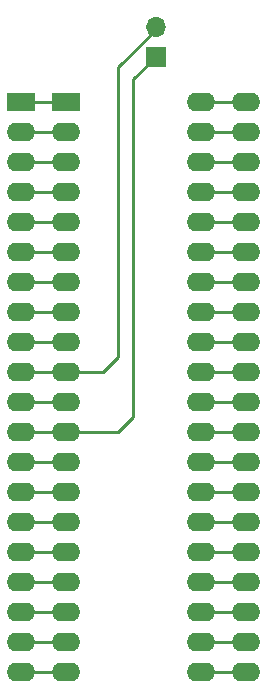
<source format=gbl>
G04 #@! TF.GenerationSoftware,KiCad,Pcbnew,(5.1.9)-1*
G04 #@! TF.CreationDate,2022-09-29T02:40:57-04:00*
G04 #@! TF.ProjectId,Cocoloca-samtap,436f636f-6c6f-4636-912d-73616d746170,rev?*
G04 #@! TF.SameCoordinates,Original*
G04 #@! TF.FileFunction,Copper,L2,Bot*
G04 #@! TF.FilePolarity,Positive*
%FSLAX46Y46*%
G04 Gerber Fmt 4.6, Leading zero omitted, Abs format (unit mm)*
G04 Created by KiCad (PCBNEW (5.1.9)-1) date 2022-09-29 02:40:57*
%MOMM*%
%LPD*%
G01*
G04 APERTURE LIST*
G04 #@! TA.AperFunction,ComponentPad*
%ADD10O,2.400000X1.600000*%
G04 #@! TD*
G04 #@! TA.AperFunction,ComponentPad*
%ADD11R,2.400000X1.600000*%
G04 #@! TD*
G04 #@! TA.AperFunction,ComponentPad*
%ADD12O,1.700000X1.700000*%
G04 #@! TD*
G04 #@! TA.AperFunction,ComponentPad*
%ADD13R,1.700000X1.700000*%
G04 #@! TD*
G04 #@! TA.AperFunction,Conductor*
%ADD14C,0.250000*%
G04 #@! TD*
G04 APERTURE END LIST*
D10*
X132080000Y-96520000D03*
X116840000Y-144780000D03*
X132080000Y-99060000D03*
X116840000Y-142240000D03*
X132080000Y-101600000D03*
X116840000Y-139700000D03*
X132080000Y-104140000D03*
X116840000Y-137160000D03*
X132080000Y-106680000D03*
X116840000Y-134620000D03*
X132080000Y-109220000D03*
X116840000Y-132080000D03*
X132080000Y-111760000D03*
X116840000Y-129540000D03*
X132080000Y-114300000D03*
X116840000Y-127000000D03*
X132080000Y-116840000D03*
X116840000Y-124460000D03*
X132080000Y-119380000D03*
X116840000Y-121920000D03*
X132080000Y-121920000D03*
X116840000Y-119380000D03*
X132080000Y-124460000D03*
X116840000Y-116840000D03*
X132080000Y-127000000D03*
X116840000Y-114300000D03*
X132080000Y-129540000D03*
X116840000Y-111760000D03*
X132080000Y-132080000D03*
X116840000Y-109220000D03*
X132080000Y-134620000D03*
X116840000Y-106680000D03*
X132080000Y-137160000D03*
X116840000Y-104140000D03*
X132080000Y-139700000D03*
X116840000Y-101600000D03*
X132080000Y-142240000D03*
X116840000Y-99060000D03*
X132080000Y-144780000D03*
D11*
X116840000Y-96520000D03*
D10*
X128270000Y-96520000D03*
X113030000Y-144780000D03*
X128270000Y-99060000D03*
X113030000Y-142240000D03*
X128270000Y-101600000D03*
X113030000Y-139700000D03*
X128270000Y-104140000D03*
X113030000Y-137160000D03*
X128270000Y-106680000D03*
X113030000Y-134620000D03*
X128270000Y-109220000D03*
X113030000Y-132080000D03*
X128270000Y-111760000D03*
X113030000Y-129540000D03*
X128270000Y-114300000D03*
X113030000Y-127000000D03*
X128270000Y-116840000D03*
X113030000Y-124460000D03*
X128270000Y-119380000D03*
X113030000Y-121920000D03*
X128270000Y-121920000D03*
X113030000Y-119380000D03*
X128270000Y-124460000D03*
X113030000Y-116840000D03*
X128270000Y-127000000D03*
X113030000Y-114300000D03*
X128270000Y-129540000D03*
X113030000Y-111760000D03*
X128270000Y-132080000D03*
X113030000Y-109220000D03*
X128270000Y-134620000D03*
X113030000Y-106680000D03*
X128270000Y-137160000D03*
X113030000Y-104140000D03*
X128270000Y-139700000D03*
X113030000Y-101600000D03*
X128270000Y-142240000D03*
X113030000Y-99060000D03*
X128270000Y-144780000D03*
D11*
X113030000Y-96520000D03*
D12*
X124460000Y-90170000D03*
D13*
X124460000Y-92710000D03*
D14*
X116840000Y-124460000D02*
X113030000Y-124460000D01*
X122555000Y-94615000D02*
X124460000Y-92710000D01*
X121285000Y-124460000D02*
X122555000Y-123190000D01*
X122555000Y-123190000D02*
X122555000Y-94615000D01*
X116840000Y-124460000D02*
X121285000Y-124460000D01*
X116840000Y-119380000D02*
X113030000Y-119380000D01*
X121285000Y-93599998D02*
X124460000Y-90424998D01*
X121285000Y-118110000D02*
X121285000Y-93599998D01*
X120015000Y-119380000D02*
X121285000Y-118110000D01*
X124460000Y-90424998D02*
X124460000Y-90170000D01*
X116840000Y-119380000D02*
X120015000Y-119380000D01*
X128270000Y-96520000D02*
X132080000Y-96520000D01*
X113030000Y-144780000D02*
X116840000Y-144780000D01*
X128270000Y-99060000D02*
X132080000Y-99060000D01*
X113030000Y-142240000D02*
X116840000Y-142240000D01*
X128270000Y-101600000D02*
X132080000Y-101600000D01*
X113030000Y-139700000D02*
X116840000Y-139700000D01*
X128270000Y-104140000D02*
X132080000Y-104140000D01*
X113030000Y-137160000D02*
X116840000Y-137160000D01*
X128270000Y-106680000D02*
X132080000Y-106680000D01*
X113030000Y-134620000D02*
X116840000Y-134620000D01*
X128270000Y-109220000D02*
X130030010Y-109220000D01*
X130030010Y-109220000D02*
X132080000Y-109220000D01*
X113030000Y-132080000D02*
X116840000Y-132080000D01*
X128270000Y-111760000D02*
X132080000Y-111760000D01*
X113030000Y-129540000D02*
X116840000Y-129540000D01*
X128270000Y-114300000D02*
X132080000Y-114300000D01*
X113030000Y-127000000D02*
X116840000Y-127000000D01*
X128270000Y-116840000D02*
X132080000Y-116840000D01*
X128270000Y-119380000D02*
X132080000Y-119380000D01*
X113030000Y-121920000D02*
X116840000Y-121920000D01*
X128270000Y-121920000D02*
X132080000Y-121920000D01*
X128270000Y-124460000D02*
X132080000Y-124460000D01*
X113030000Y-116840000D02*
X116840000Y-116840000D01*
X128270000Y-127000000D02*
X132080000Y-127000000D01*
X116840000Y-114300000D02*
X113030000Y-114300000D01*
X128270000Y-129540000D02*
X132080000Y-129540000D01*
X113030000Y-111760000D02*
X116840000Y-111760000D01*
X128270000Y-132080000D02*
X132080000Y-132080000D01*
X116840000Y-109220000D02*
X113030000Y-109220000D01*
X128270000Y-134620000D02*
X132080000Y-134620000D01*
X113030000Y-106680000D02*
X116840000Y-106680000D01*
X128270000Y-137160000D02*
X132080000Y-137160000D01*
X116840000Y-104140000D02*
X113030000Y-104140000D01*
X128270000Y-139700000D02*
X132080000Y-139700000D01*
X113030000Y-101600000D02*
X116840000Y-101600000D01*
X128270000Y-142240000D02*
X132080000Y-142240000D01*
X116840000Y-99060000D02*
X113030000Y-99060000D01*
X128270000Y-144780000D02*
X132080000Y-144780000D01*
X113030000Y-96520000D02*
X116840000Y-96520000D01*
M02*

</source>
